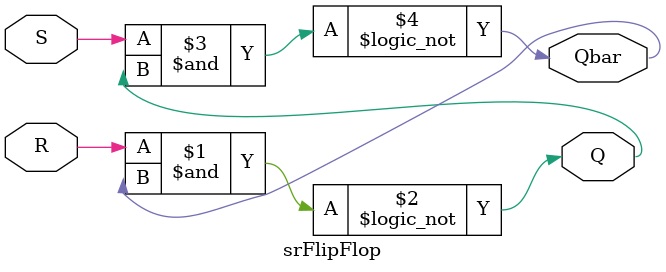
<source format=v>
module srFlipFlop(S, R, Q, Qbar);
  input S, R;
  output Q, Qbar;

  assign Q = !(R&Qbar);
  assign Qbar = !(S&Q);
 
endmodule
</source>
